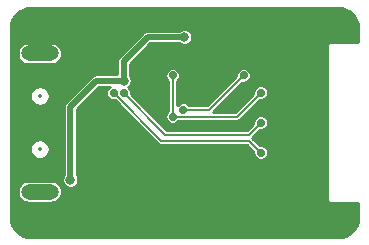
<source format=gbr>
%TF.GenerationSoftware,KiCad,Pcbnew,(5.1.12-1-10_14)*%
%TF.CreationDate,2022-05-25T15:41:46+08:00*%
%TF.ProjectId,USB2TTL,55534232-5454-44c2-9e6b-696361645f70,V1.0*%
%TF.SameCoordinates,Original*%
%TF.FileFunction,Copper,L2,Bot*%
%TF.FilePolarity,Positive*%
%FSLAX46Y46*%
G04 Gerber Fmt 4.6, Leading zero omitted, Abs format (unit mm)*
G04 Created by KiCad (PCBNEW (5.1.12-1-10_14)) date 2022-05-25 15:41:46*
%MOMM*%
%LPD*%
G01*
G04 APERTURE LIST*
%TA.AperFunction,ComponentPad*%
%ADD10O,3.200000X1.300000*%
%TD*%
%TA.AperFunction,ViaPad*%
%ADD11C,0.700000*%
%TD*%
%TA.AperFunction,ViaPad*%
%ADD12C,0.500000*%
%TD*%
%TA.AperFunction,ViaPad*%
%ADD13C,0.800000*%
%TD*%
%TA.AperFunction,Conductor*%
%ADD14C,0.500000*%
%TD*%
%TA.AperFunction,Conductor*%
%ADD15C,0.200000*%
%TD*%
%TA.AperFunction,Conductor*%
%ADD16C,0.254000*%
%TD*%
%TA.AperFunction,Conductor*%
%ADD17C,0.350000*%
%TD*%
%ADD18C,0.350000*%
%ADD19C,0.300000*%
%ADD20O,2.500000X0.700000*%
G04 APERTURE END LIST*
D10*
%TO.P,J1,5*%
%TO.N,Net-(J1-Pad5)*%
X2750000Y4150000D03*
X2750000Y15850000D03*
%TD*%
D11*
%TO.N,GND*%
X11750000Y13050000D03*
D12*
X15500000Y11750000D03*
X15500000Y9750000D03*
X15500000Y7500000D03*
X15500000Y15000000D03*
X15500000Y16500000D03*
X13950000Y9600000D03*
X13750000Y7750000D03*
X14000000Y6000000D03*
X9000000Y8500000D03*
X9000000Y7250000D03*
X10000000Y5000000D03*
X12500000Y4000000D03*
X7150000Y12000000D03*
X7850000Y12000000D03*
X7150000Y8000000D03*
X7850000Y8000000D03*
X15500000Y13500000D03*
X17500000Y13800000D03*
X17250000Y16050000D03*
X19200000Y15900000D03*
X18550000Y4000000D03*
X19150000Y4000000D03*
X21150000Y3300000D03*
X15250000Y4700000D03*
X15250000Y3950000D03*
X15250000Y1700000D03*
X15250000Y950000D03*
X12500000Y14350000D03*
X11000000Y14350000D03*
X13200000Y11650000D03*
X2000000Y19000000D03*
X4000000Y19000000D03*
X6000000Y19000000D03*
X10000000Y19000000D03*
X12000000Y19000000D03*
X16000000Y19000000D03*
X18000000Y19000000D03*
X20000000Y19000000D03*
X22000000Y19000000D03*
X24000000Y19000000D03*
X26000000Y19000000D03*
X28000000Y19000000D03*
X1000000Y14000000D03*
X1000000Y12000000D03*
X1000000Y10000000D03*
X1000000Y8000000D03*
X1000000Y6000000D03*
X2000000Y1000000D03*
X4000000Y1000000D03*
X6000000Y1000000D03*
X10000000Y1000000D03*
X12000000Y1000000D03*
X22000000Y1000000D03*
X24000000Y1000000D03*
X26000000Y1000000D03*
X28000000Y1000000D03*
X21590000Y13810000D03*
X21590000Y6190000D03*
X18750000Y11250000D03*
X21590000Y11270000D03*
X21590000Y8730000D03*
X25400000Y3650000D03*
X24257000Y3650000D03*
X26543000Y3650000D03*
X26543000Y6190000D03*
X25400000Y6190000D03*
X24257000Y6190000D03*
X23750000Y16750000D03*
X29000000Y17500000D03*
X29000000Y2500000D03*
X1000000Y17500000D03*
X1000000Y2500000D03*
X6000000Y14700000D03*
X5000000Y14700000D03*
X5000000Y15400000D03*
X6000000Y15400000D03*
X5000000Y3000000D03*
D13*
%TO.N,+5V*%
X5350000Y5150000D03*
X15000000Y17250000D03*
X9850000Y13550000D03*
D11*
%TO.N,/RXD*%
X9000000Y12500000D03*
X21463000Y7460000D03*
%TO.N,/TXD*%
X9850000Y12500000D03*
X21463000Y10000000D03*
%TO.N,/BOOT*%
X14000000Y10500000D03*
X14000000Y14000000D03*
X21463000Y12540000D03*
%TO.N,/RESET*%
X20000000Y14000000D03*
X14900000Y11100000D03*
%TD*%
D14*
%TO.N,+5V*%
X5350000Y5150000D02*
X5350000Y11350000D01*
X7550000Y13550000D02*
X9850000Y13550000D01*
X5350000Y11350000D02*
X7550000Y13550000D01*
X9850000Y15200000D02*
X9850000Y13550000D01*
X11900000Y17250000D02*
X9850000Y15200000D01*
X15000000Y17250000D02*
X11900000Y17250000D01*
D15*
%TO.N,/RXD*%
X9000000Y12500000D02*
X13024000Y8476000D01*
X13024000Y8476000D02*
X20447000Y8476000D01*
X20447000Y8476000D02*
X21463000Y7460000D01*
%TO.N,/TXD*%
X9850000Y12500000D02*
X13366000Y8984000D01*
X20447000Y8984000D02*
X21463000Y10000000D01*
X13366000Y8984000D02*
X20447000Y8984000D01*
%TO.N,/BOOT*%
X14000000Y10500000D02*
X14000000Y14000000D01*
X19423000Y10500000D02*
X21463000Y12540000D01*
X14000000Y10500000D02*
X19423000Y10500000D01*
%TO.N,/RESET*%
X20000000Y14000000D02*
X17100000Y11100000D01*
X14900000Y11100000D02*
X17100000Y11100000D01*
%TD*%
D16*
%TO.N,GND*%
X28329529Y19664241D02*
X28646504Y19568541D01*
X28938858Y19413093D01*
X29195448Y19203823D01*
X29406505Y18948699D01*
X29563988Y18657441D01*
X29661899Y18341141D01*
X29698001Y17997656D01*
X29698000Y16802000D01*
X27364833Y16802000D01*
X27350000Y16803461D01*
X27335167Y16802000D01*
X27290798Y16797630D01*
X27233871Y16780361D01*
X27181406Y16752319D01*
X27135421Y16714579D01*
X27097681Y16668594D01*
X27069639Y16616129D01*
X27052370Y16559202D01*
X27046539Y16500000D01*
X27048001Y16485156D01*
X27048000Y3514834D01*
X27046539Y3500000D01*
X27052370Y3440798D01*
X27069639Y3383871D01*
X27097681Y3331406D01*
X27132139Y3289420D01*
X27135421Y3285421D01*
X27181406Y3247681D01*
X27233871Y3219639D01*
X27290798Y3202370D01*
X27350000Y3196539D01*
X27364833Y3198000D01*
X29698001Y3198000D01*
X29698000Y2014774D01*
X29664241Y1670471D01*
X29568539Y1353491D01*
X29413093Y1061142D01*
X29203825Y804554D01*
X28948699Y593494D01*
X28657441Y436012D01*
X28341141Y338101D01*
X27997665Y302000D01*
X2014774Y302000D01*
X1670471Y335759D01*
X1353491Y431461D01*
X1061142Y586907D01*
X804554Y796175D01*
X593494Y1051301D01*
X436012Y1342559D01*
X338101Y1658859D01*
X302000Y2002335D01*
X302000Y4150000D01*
X868515Y4150000D01*
X886413Y3968276D01*
X939420Y3793536D01*
X1025499Y3632495D01*
X1141341Y3491341D01*
X1282495Y3375499D01*
X1443536Y3289420D01*
X1618276Y3236413D01*
X1754462Y3223000D01*
X3745538Y3223000D01*
X3881724Y3236413D01*
X4056464Y3289420D01*
X4217505Y3375499D01*
X4358659Y3491341D01*
X4474501Y3632495D01*
X4560580Y3793536D01*
X4613587Y3968276D01*
X4631485Y4150000D01*
X4613587Y4331724D01*
X4560580Y4506464D01*
X4474501Y4667505D01*
X4358659Y4808659D01*
X4217505Y4924501D01*
X4056464Y5010580D01*
X3881724Y5063587D01*
X3745538Y5077000D01*
X1754462Y5077000D01*
X1618276Y5063587D01*
X1443536Y5010580D01*
X1282495Y4924501D01*
X1141341Y4808659D01*
X1025499Y4667505D01*
X939420Y4506464D01*
X886413Y4331724D01*
X868515Y4150000D01*
X302000Y4150000D01*
X302000Y5216679D01*
X4673000Y5216679D01*
X4673000Y5083321D01*
X4699016Y4952526D01*
X4750050Y4829320D01*
X4824140Y4718437D01*
X4918437Y4624140D01*
X5029320Y4550050D01*
X5152526Y4499016D01*
X5283321Y4473000D01*
X5416679Y4473000D01*
X5547474Y4499016D01*
X5670680Y4550050D01*
X5781563Y4624140D01*
X5875860Y4718437D01*
X5949950Y4829320D01*
X6000984Y4952526D01*
X6027000Y5083321D01*
X6027000Y5216679D01*
X6000984Y5347474D01*
X5949950Y5470680D01*
X5877000Y5579857D01*
X5877000Y11131711D01*
X7768291Y13023000D01*
X8654155Y13023000D01*
X8600311Y12987023D01*
X8512977Y12899689D01*
X8444360Y12796996D01*
X8397095Y12682889D01*
X8373000Y12561754D01*
X8373000Y12438246D01*
X8397095Y12317111D01*
X8444360Y12203004D01*
X8512977Y12100311D01*
X8600311Y12012977D01*
X8703004Y11944360D01*
X8817111Y11897095D01*
X8938246Y11873000D01*
X9061754Y11873000D01*
X9088518Y11878324D01*
X12744323Y8222519D01*
X12756131Y8208131D01*
X12813537Y8161019D01*
X12879030Y8126012D01*
X12950095Y8104455D01*
X13005481Y8099000D01*
X13005490Y8099000D01*
X13023999Y8097177D01*
X13042508Y8099000D01*
X20290842Y8099000D01*
X20841324Y7548518D01*
X20836000Y7521754D01*
X20836000Y7398246D01*
X20860095Y7277111D01*
X20907360Y7163004D01*
X20975977Y7060311D01*
X21063311Y6972977D01*
X21166004Y6904360D01*
X21280111Y6857095D01*
X21401246Y6833000D01*
X21524754Y6833000D01*
X21645889Y6857095D01*
X21759996Y6904360D01*
X21862689Y6972977D01*
X21950023Y7060311D01*
X22018640Y7163004D01*
X22065905Y7277111D01*
X22090000Y7398246D01*
X22090000Y7521754D01*
X22065905Y7642889D01*
X22018640Y7756996D01*
X21950023Y7859689D01*
X21862689Y7947023D01*
X21759996Y8015640D01*
X21645889Y8062905D01*
X21524754Y8087000D01*
X21401246Y8087000D01*
X21374482Y8081676D01*
X20726677Y8729481D01*
X20726251Y8730000D01*
X20726677Y8730519D01*
X21374482Y9378324D01*
X21401246Y9373000D01*
X21524754Y9373000D01*
X21645889Y9397095D01*
X21759996Y9444360D01*
X21862689Y9512977D01*
X21950023Y9600311D01*
X22018640Y9703004D01*
X22065905Y9817111D01*
X22090000Y9938246D01*
X22090000Y10061754D01*
X22065905Y10182889D01*
X22018640Y10296996D01*
X21950023Y10399689D01*
X21862689Y10487023D01*
X21759996Y10555640D01*
X21645889Y10602905D01*
X21524754Y10627000D01*
X21401246Y10627000D01*
X21280111Y10602905D01*
X21166004Y10555640D01*
X21063311Y10487023D01*
X20975977Y10399689D01*
X20907360Y10296996D01*
X20860095Y10182889D01*
X20836000Y10061754D01*
X20836000Y9938246D01*
X20841324Y9911482D01*
X20290842Y9361000D01*
X13522159Y9361000D01*
X10471676Y12411482D01*
X10477000Y12438246D01*
X10477000Y12561754D01*
X10452905Y12682889D01*
X10405640Y12796996D01*
X10337023Y12899689D01*
X10249689Y12987023D01*
X10237851Y12994933D01*
X10281563Y13024140D01*
X10375860Y13118437D01*
X10449950Y13229320D01*
X10500984Y13352526D01*
X10527000Y13483321D01*
X10527000Y13616679D01*
X10500984Y13747474D01*
X10449950Y13870680D01*
X10377000Y13979857D01*
X10377000Y14061754D01*
X13373000Y14061754D01*
X13373000Y13938246D01*
X13397095Y13817111D01*
X13444360Y13703004D01*
X13512977Y13600311D01*
X13600311Y13512977D01*
X13623001Y13497816D01*
X13623000Y11002183D01*
X13600311Y10987023D01*
X13512977Y10899689D01*
X13444360Y10796996D01*
X13397095Y10682889D01*
X13373000Y10561754D01*
X13373000Y10438246D01*
X13397095Y10317111D01*
X13444360Y10203004D01*
X13512977Y10100311D01*
X13600311Y10012977D01*
X13703004Y9944360D01*
X13817111Y9897095D01*
X13938246Y9873000D01*
X14061754Y9873000D01*
X14182889Y9897095D01*
X14296996Y9944360D01*
X14399689Y10012977D01*
X14487023Y10100311D01*
X14502183Y10123000D01*
X19404488Y10123000D01*
X19423000Y10121177D01*
X19441512Y10123000D01*
X19441519Y10123000D01*
X19496905Y10128455D01*
X19567970Y10150012D01*
X19633463Y10185019D01*
X19690869Y10232131D01*
X19702677Y10246519D01*
X21374482Y11918324D01*
X21401246Y11913000D01*
X21524754Y11913000D01*
X21645889Y11937095D01*
X21759996Y11984360D01*
X21862689Y12052977D01*
X21950023Y12140311D01*
X22018640Y12243004D01*
X22065905Y12357111D01*
X22090000Y12478246D01*
X22090000Y12601754D01*
X22065905Y12722889D01*
X22018640Y12836996D01*
X21950023Y12939689D01*
X21862689Y13027023D01*
X21759996Y13095640D01*
X21645889Y13142905D01*
X21524754Y13167000D01*
X21401246Y13167000D01*
X21280111Y13142905D01*
X21166004Y13095640D01*
X21063311Y13027023D01*
X20975977Y12939689D01*
X20907360Y12836996D01*
X20860095Y12722889D01*
X20836000Y12601754D01*
X20836000Y12478246D01*
X20841324Y12451482D01*
X19266842Y10877000D01*
X17410158Y10877000D01*
X19911482Y13378324D01*
X19938246Y13373000D01*
X20061754Y13373000D01*
X20182889Y13397095D01*
X20296996Y13444360D01*
X20399689Y13512977D01*
X20487023Y13600311D01*
X20555640Y13703004D01*
X20602905Y13817111D01*
X20627000Y13938246D01*
X20627000Y14061754D01*
X20602905Y14182889D01*
X20555640Y14296996D01*
X20487023Y14399689D01*
X20399689Y14487023D01*
X20296996Y14555640D01*
X20182889Y14602905D01*
X20061754Y14627000D01*
X19938246Y14627000D01*
X19817111Y14602905D01*
X19703004Y14555640D01*
X19600311Y14487023D01*
X19512977Y14399689D01*
X19444360Y14296996D01*
X19397095Y14182889D01*
X19373000Y14061754D01*
X19373000Y13938246D01*
X19378324Y13911482D01*
X16943842Y11477000D01*
X15402183Y11477000D01*
X15387023Y11499689D01*
X15299689Y11587023D01*
X15196996Y11655640D01*
X15082889Y11702905D01*
X14961754Y11727000D01*
X14838246Y11727000D01*
X14717111Y11702905D01*
X14603004Y11655640D01*
X14500311Y11587023D01*
X14412977Y11499689D01*
X14377000Y11445845D01*
X14377000Y13497817D01*
X14399689Y13512977D01*
X14487023Y13600311D01*
X14555640Y13703004D01*
X14602905Y13817111D01*
X14627000Y13938246D01*
X14627000Y14061754D01*
X14602905Y14182889D01*
X14555640Y14296996D01*
X14487023Y14399689D01*
X14399689Y14487023D01*
X14296996Y14555640D01*
X14182889Y14602905D01*
X14061754Y14627000D01*
X13938246Y14627000D01*
X13817111Y14602905D01*
X13703004Y14555640D01*
X13600311Y14487023D01*
X13512977Y14399689D01*
X13444360Y14296996D01*
X13397095Y14182889D01*
X13373000Y14061754D01*
X10377000Y14061754D01*
X10377000Y14981711D01*
X12118291Y16723000D01*
X14570143Y16723000D01*
X14679320Y16650050D01*
X14802526Y16599016D01*
X14933321Y16573000D01*
X15066679Y16573000D01*
X15197474Y16599016D01*
X15320680Y16650050D01*
X15431563Y16724140D01*
X15525860Y16818437D01*
X15599950Y16929320D01*
X15650984Y17052526D01*
X15677000Y17183321D01*
X15677000Y17316679D01*
X15650984Y17447474D01*
X15599950Y17570680D01*
X15525860Y17681563D01*
X15431563Y17775860D01*
X15320680Y17849950D01*
X15197474Y17900984D01*
X15066679Y17927000D01*
X14933321Y17927000D01*
X14802526Y17900984D01*
X14679320Y17849950D01*
X14570143Y17777000D01*
X11925881Y17777000D01*
X11900000Y17779549D01*
X11874119Y17777000D01*
X11796690Y17769374D01*
X11697350Y17739239D01*
X11605798Y17690304D01*
X11525552Y17624448D01*
X11509054Y17604344D01*
X9495666Y15590955D01*
X9475552Y15574448D01*
X9409696Y15494202D01*
X9360762Y15402650D01*
X9360761Y15402649D01*
X9330626Y15303309D01*
X9320451Y15200000D01*
X9323000Y15174119D01*
X9323001Y14077000D01*
X7575881Y14077000D01*
X7550000Y14079549D01*
X7524119Y14077000D01*
X7446690Y14069374D01*
X7347350Y14039239D01*
X7255798Y13990304D01*
X7175552Y13924448D01*
X7159054Y13904344D01*
X4995662Y11740951D01*
X4975553Y11724448D01*
X4919084Y11655640D01*
X4909696Y11644201D01*
X4860761Y11552649D01*
X4830626Y11453309D01*
X4820451Y11350000D01*
X4823001Y11324109D01*
X4823000Y5579857D01*
X4750050Y5470680D01*
X4699016Y5347474D01*
X4673000Y5216679D01*
X302000Y5216679D01*
X302000Y7831452D01*
X1923000Y7831452D01*
X1923000Y7668548D01*
X1954782Y7508773D01*
X2017123Y7358269D01*
X2107628Y7222819D01*
X2222819Y7107628D01*
X2358269Y7017123D01*
X2508773Y6954782D01*
X2668548Y6923000D01*
X2831452Y6923000D01*
X2991227Y6954782D01*
X3141731Y7017123D01*
X3277181Y7107628D01*
X3392372Y7222819D01*
X3482877Y7358269D01*
X3545218Y7508773D01*
X3577000Y7668548D01*
X3577000Y7831452D01*
X3545218Y7991227D01*
X3482877Y8141731D01*
X3392372Y8277181D01*
X3277181Y8392372D01*
X3141731Y8482877D01*
X2991227Y8545218D01*
X2831452Y8577000D01*
X2668548Y8577000D01*
X2508773Y8545218D01*
X2358269Y8482877D01*
X2222819Y8392372D01*
X2107628Y8277181D01*
X2017123Y8141731D01*
X1954782Y7991227D01*
X1923000Y7831452D01*
X302000Y7831452D01*
X302000Y12331452D01*
X1923000Y12331452D01*
X1923000Y12168548D01*
X1954782Y12008773D01*
X2017123Y11858269D01*
X2107628Y11722819D01*
X2222819Y11607628D01*
X2358269Y11517123D01*
X2508773Y11454782D01*
X2668548Y11423000D01*
X2831452Y11423000D01*
X2991227Y11454782D01*
X3141731Y11517123D01*
X3277181Y11607628D01*
X3392372Y11722819D01*
X3482877Y11858269D01*
X3545218Y12008773D01*
X3577000Y12168548D01*
X3577000Y12331452D01*
X3545218Y12491227D01*
X3482877Y12641731D01*
X3392372Y12777181D01*
X3277181Y12892372D01*
X3141731Y12982877D01*
X2991227Y13045218D01*
X2831452Y13077000D01*
X2668548Y13077000D01*
X2508773Y13045218D01*
X2358269Y12982877D01*
X2222819Y12892372D01*
X2107628Y12777181D01*
X2017123Y12641731D01*
X1954782Y12491227D01*
X1923000Y12331452D01*
X302000Y12331452D01*
X302000Y15850000D01*
X868515Y15850000D01*
X886413Y15668276D01*
X939420Y15493536D01*
X1025499Y15332495D01*
X1141341Y15191341D01*
X1282495Y15075499D01*
X1443536Y14989420D01*
X1618276Y14936413D01*
X1754462Y14923000D01*
X3745538Y14923000D01*
X3881724Y14936413D01*
X4056464Y14989420D01*
X4217505Y15075499D01*
X4358659Y15191341D01*
X4474501Y15332495D01*
X4560580Y15493536D01*
X4613587Y15668276D01*
X4631485Y15850000D01*
X4613587Y16031724D01*
X4560580Y16206464D01*
X4474501Y16367505D01*
X4358659Y16508659D01*
X4217505Y16624501D01*
X4056464Y16710580D01*
X3881724Y16763587D01*
X3745538Y16777000D01*
X1754462Y16777000D01*
X1618276Y16763587D01*
X1443536Y16710580D01*
X1282495Y16624501D01*
X1141341Y16508659D01*
X1025499Y16367505D01*
X939420Y16206464D01*
X886413Y16031724D01*
X868515Y15850000D01*
X302000Y15850000D01*
X302000Y17985226D01*
X335759Y18329529D01*
X431459Y18646504D01*
X586907Y18938858D01*
X796177Y19195448D01*
X1051301Y19406505D01*
X1342559Y19563988D01*
X1658859Y19661899D01*
X2002335Y19698000D01*
X27985226Y19698000D01*
X28329529Y19664241D01*
%TA.AperFunction,Conductor*%
D17*
G36*
X28329529Y19664241D02*
G01*
X28646504Y19568541D01*
X28938858Y19413093D01*
X29195448Y19203823D01*
X29406505Y18948699D01*
X29563988Y18657441D01*
X29661899Y18341141D01*
X29698001Y17997656D01*
X29698000Y16802000D01*
X27364833Y16802000D01*
X27350000Y16803461D01*
X27335167Y16802000D01*
X27290798Y16797630D01*
X27233871Y16780361D01*
X27181406Y16752319D01*
X27135421Y16714579D01*
X27097681Y16668594D01*
X27069639Y16616129D01*
X27052370Y16559202D01*
X27046539Y16500000D01*
X27048001Y16485156D01*
X27048000Y3514834D01*
X27046539Y3500000D01*
X27052370Y3440798D01*
X27069639Y3383871D01*
X27097681Y3331406D01*
X27132139Y3289420D01*
X27135421Y3285421D01*
X27181406Y3247681D01*
X27233871Y3219639D01*
X27290798Y3202370D01*
X27350000Y3196539D01*
X27364833Y3198000D01*
X29698001Y3198000D01*
X29698000Y2014774D01*
X29664241Y1670471D01*
X29568539Y1353491D01*
X29413093Y1061142D01*
X29203825Y804554D01*
X28948699Y593494D01*
X28657441Y436012D01*
X28341141Y338101D01*
X27997665Y302000D01*
X2014774Y302000D01*
X1670471Y335759D01*
X1353491Y431461D01*
X1061142Y586907D01*
X804554Y796175D01*
X593494Y1051301D01*
X436012Y1342559D01*
X338101Y1658859D01*
X302000Y2002335D01*
X302000Y4150000D01*
X868515Y4150000D01*
X886413Y3968276D01*
X939420Y3793536D01*
X1025499Y3632495D01*
X1141341Y3491341D01*
X1282495Y3375499D01*
X1443536Y3289420D01*
X1618276Y3236413D01*
X1754462Y3223000D01*
X3745538Y3223000D01*
X3881724Y3236413D01*
X4056464Y3289420D01*
X4217505Y3375499D01*
X4358659Y3491341D01*
X4474501Y3632495D01*
X4560580Y3793536D01*
X4613587Y3968276D01*
X4631485Y4150000D01*
X4613587Y4331724D01*
X4560580Y4506464D01*
X4474501Y4667505D01*
X4358659Y4808659D01*
X4217505Y4924501D01*
X4056464Y5010580D01*
X3881724Y5063587D01*
X3745538Y5077000D01*
X1754462Y5077000D01*
X1618276Y5063587D01*
X1443536Y5010580D01*
X1282495Y4924501D01*
X1141341Y4808659D01*
X1025499Y4667505D01*
X939420Y4506464D01*
X886413Y4331724D01*
X868515Y4150000D01*
X302000Y4150000D01*
X302000Y5216679D01*
X4673000Y5216679D01*
X4673000Y5083321D01*
X4699016Y4952526D01*
X4750050Y4829320D01*
X4824140Y4718437D01*
X4918437Y4624140D01*
X5029320Y4550050D01*
X5152526Y4499016D01*
X5283321Y4473000D01*
X5416679Y4473000D01*
X5547474Y4499016D01*
X5670680Y4550050D01*
X5781563Y4624140D01*
X5875860Y4718437D01*
X5949950Y4829320D01*
X6000984Y4952526D01*
X6027000Y5083321D01*
X6027000Y5216679D01*
X6000984Y5347474D01*
X5949950Y5470680D01*
X5877000Y5579857D01*
X5877000Y11131711D01*
X7768291Y13023000D01*
X8654155Y13023000D01*
X8600311Y12987023D01*
X8512977Y12899689D01*
X8444360Y12796996D01*
X8397095Y12682889D01*
X8373000Y12561754D01*
X8373000Y12438246D01*
X8397095Y12317111D01*
X8444360Y12203004D01*
X8512977Y12100311D01*
X8600311Y12012977D01*
X8703004Y11944360D01*
X8817111Y11897095D01*
X8938246Y11873000D01*
X9061754Y11873000D01*
X9088518Y11878324D01*
X12744323Y8222519D01*
X12756131Y8208131D01*
X12813537Y8161019D01*
X12879030Y8126012D01*
X12950095Y8104455D01*
X13005481Y8099000D01*
X13005490Y8099000D01*
X13023999Y8097177D01*
X13042508Y8099000D01*
X20290842Y8099000D01*
X20841324Y7548518D01*
X20836000Y7521754D01*
X20836000Y7398246D01*
X20860095Y7277111D01*
X20907360Y7163004D01*
X20975977Y7060311D01*
X21063311Y6972977D01*
X21166004Y6904360D01*
X21280111Y6857095D01*
X21401246Y6833000D01*
X21524754Y6833000D01*
X21645889Y6857095D01*
X21759996Y6904360D01*
X21862689Y6972977D01*
X21950023Y7060311D01*
X22018640Y7163004D01*
X22065905Y7277111D01*
X22090000Y7398246D01*
X22090000Y7521754D01*
X22065905Y7642889D01*
X22018640Y7756996D01*
X21950023Y7859689D01*
X21862689Y7947023D01*
X21759996Y8015640D01*
X21645889Y8062905D01*
X21524754Y8087000D01*
X21401246Y8087000D01*
X21374482Y8081676D01*
X20726677Y8729481D01*
X20726251Y8730000D01*
X20726677Y8730519D01*
X21374482Y9378324D01*
X21401246Y9373000D01*
X21524754Y9373000D01*
X21645889Y9397095D01*
X21759996Y9444360D01*
X21862689Y9512977D01*
X21950023Y9600311D01*
X22018640Y9703004D01*
X22065905Y9817111D01*
X22090000Y9938246D01*
X22090000Y10061754D01*
X22065905Y10182889D01*
X22018640Y10296996D01*
X21950023Y10399689D01*
X21862689Y10487023D01*
X21759996Y10555640D01*
X21645889Y10602905D01*
X21524754Y10627000D01*
X21401246Y10627000D01*
X21280111Y10602905D01*
X21166004Y10555640D01*
X21063311Y10487023D01*
X20975977Y10399689D01*
X20907360Y10296996D01*
X20860095Y10182889D01*
X20836000Y10061754D01*
X20836000Y9938246D01*
X20841324Y9911482D01*
X20290842Y9361000D01*
X13522159Y9361000D01*
X10471676Y12411482D01*
X10477000Y12438246D01*
X10477000Y12561754D01*
X10452905Y12682889D01*
X10405640Y12796996D01*
X10337023Y12899689D01*
X10249689Y12987023D01*
X10237851Y12994933D01*
X10281563Y13024140D01*
X10375860Y13118437D01*
X10449950Y13229320D01*
X10500984Y13352526D01*
X10527000Y13483321D01*
X10527000Y13616679D01*
X10500984Y13747474D01*
X10449950Y13870680D01*
X10377000Y13979857D01*
X10377000Y14061754D01*
X13373000Y14061754D01*
X13373000Y13938246D01*
X13397095Y13817111D01*
X13444360Y13703004D01*
X13512977Y13600311D01*
X13600311Y13512977D01*
X13623001Y13497816D01*
X13623000Y11002183D01*
X13600311Y10987023D01*
X13512977Y10899689D01*
X13444360Y10796996D01*
X13397095Y10682889D01*
X13373000Y10561754D01*
X13373000Y10438246D01*
X13397095Y10317111D01*
X13444360Y10203004D01*
X13512977Y10100311D01*
X13600311Y10012977D01*
X13703004Y9944360D01*
X13817111Y9897095D01*
X13938246Y9873000D01*
X14061754Y9873000D01*
X14182889Y9897095D01*
X14296996Y9944360D01*
X14399689Y10012977D01*
X14487023Y10100311D01*
X14502183Y10123000D01*
X19404488Y10123000D01*
X19423000Y10121177D01*
X19441512Y10123000D01*
X19441519Y10123000D01*
X19496905Y10128455D01*
X19567970Y10150012D01*
X19633463Y10185019D01*
X19690869Y10232131D01*
X19702677Y10246519D01*
X21374482Y11918324D01*
X21401246Y11913000D01*
X21524754Y11913000D01*
X21645889Y11937095D01*
X21759996Y11984360D01*
X21862689Y12052977D01*
X21950023Y12140311D01*
X22018640Y12243004D01*
X22065905Y12357111D01*
X22090000Y12478246D01*
X22090000Y12601754D01*
X22065905Y12722889D01*
X22018640Y12836996D01*
X21950023Y12939689D01*
X21862689Y13027023D01*
X21759996Y13095640D01*
X21645889Y13142905D01*
X21524754Y13167000D01*
X21401246Y13167000D01*
X21280111Y13142905D01*
X21166004Y13095640D01*
X21063311Y13027023D01*
X20975977Y12939689D01*
X20907360Y12836996D01*
X20860095Y12722889D01*
X20836000Y12601754D01*
X20836000Y12478246D01*
X20841324Y12451482D01*
X19266842Y10877000D01*
X17410158Y10877000D01*
X19911482Y13378324D01*
X19938246Y13373000D01*
X20061754Y13373000D01*
X20182889Y13397095D01*
X20296996Y13444360D01*
X20399689Y13512977D01*
X20487023Y13600311D01*
X20555640Y13703004D01*
X20602905Y13817111D01*
X20627000Y13938246D01*
X20627000Y14061754D01*
X20602905Y14182889D01*
X20555640Y14296996D01*
X20487023Y14399689D01*
X20399689Y14487023D01*
X20296996Y14555640D01*
X20182889Y14602905D01*
X20061754Y14627000D01*
X19938246Y14627000D01*
X19817111Y14602905D01*
X19703004Y14555640D01*
X19600311Y14487023D01*
X19512977Y14399689D01*
X19444360Y14296996D01*
X19397095Y14182889D01*
X19373000Y14061754D01*
X19373000Y13938246D01*
X19378324Y13911482D01*
X16943842Y11477000D01*
X15402183Y11477000D01*
X15387023Y11499689D01*
X15299689Y11587023D01*
X15196996Y11655640D01*
X15082889Y11702905D01*
X14961754Y11727000D01*
X14838246Y11727000D01*
X14717111Y11702905D01*
X14603004Y11655640D01*
X14500311Y11587023D01*
X14412977Y11499689D01*
X14377000Y11445845D01*
X14377000Y13497817D01*
X14399689Y13512977D01*
X14487023Y13600311D01*
X14555640Y13703004D01*
X14602905Y13817111D01*
X14627000Y13938246D01*
X14627000Y14061754D01*
X14602905Y14182889D01*
X14555640Y14296996D01*
X14487023Y14399689D01*
X14399689Y14487023D01*
X14296996Y14555640D01*
X14182889Y14602905D01*
X14061754Y14627000D01*
X13938246Y14627000D01*
X13817111Y14602905D01*
X13703004Y14555640D01*
X13600311Y14487023D01*
X13512977Y14399689D01*
X13444360Y14296996D01*
X13397095Y14182889D01*
X13373000Y14061754D01*
X10377000Y14061754D01*
X10377000Y14981711D01*
X12118291Y16723000D01*
X14570143Y16723000D01*
X14679320Y16650050D01*
X14802526Y16599016D01*
X14933321Y16573000D01*
X15066679Y16573000D01*
X15197474Y16599016D01*
X15320680Y16650050D01*
X15431563Y16724140D01*
X15525860Y16818437D01*
X15599950Y16929320D01*
X15650984Y17052526D01*
X15677000Y17183321D01*
X15677000Y17316679D01*
X15650984Y17447474D01*
X15599950Y17570680D01*
X15525860Y17681563D01*
X15431563Y17775860D01*
X15320680Y17849950D01*
X15197474Y17900984D01*
X15066679Y17927000D01*
X14933321Y17927000D01*
X14802526Y17900984D01*
X14679320Y17849950D01*
X14570143Y17777000D01*
X11925881Y17777000D01*
X11900000Y17779549D01*
X11874119Y17777000D01*
X11796690Y17769374D01*
X11697350Y17739239D01*
X11605798Y17690304D01*
X11525552Y17624448D01*
X11509054Y17604344D01*
X9495666Y15590955D01*
X9475552Y15574448D01*
X9409696Y15494202D01*
X9360762Y15402650D01*
X9360761Y15402649D01*
X9330626Y15303309D01*
X9320451Y15200000D01*
X9323000Y15174119D01*
X9323001Y14077000D01*
X7575881Y14077000D01*
X7550000Y14079549D01*
X7524119Y14077000D01*
X7446690Y14069374D01*
X7347350Y14039239D01*
X7255798Y13990304D01*
X7175552Y13924448D01*
X7159054Y13904344D01*
X4995662Y11740951D01*
X4975553Y11724448D01*
X4919084Y11655640D01*
X4909696Y11644201D01*
X4860761Y11552649D01*
X4830626Y11453309D01*
X4820451Y11350000D01*
X4823001Y11324109D01*
X4823000Y5579857D01*
X4750050Y5470680D01*
X4699016Y5347474D01*
X4673000Y5216679D01*
X302000Y5216679D01*
X302000Y7831452D01*
X1923000Y7831452D01*
X1923000Y7668548D01*
X1954782Y7508773D01*
X2017123Y7358269D01*
X2107628Y7222819D01*
X2222819Y7107628D01*
X2358269Y7017123D01*
X2508773Y6954782D01*
X2668548Y6923000D01*
X2831452Y6923000D01*
X2991227Y6954782D01*
X3141731Y7017123D01*
X3277181Y7107628D01*
X3392372Y7222819D01*
X3482877Y7358269D01*
X3545218Y7508773D01*
X3577000Y7668548D01*
X3577000Y7831452D01*
X3545218Y7991227D01*
X3482877Y8141731D01*
X3392372Y8277181D01*
X3277181Y8392372D01*
X3141731Y8482877D01*
X2991227Y8545218D01*
X2831452Y8577000D01*
X2668548Y8577000D01*
X2508773Y8545218D01*
X2358269Y8482877D01*
X2222819Y8392372D01*
X2107628Y8277181D01*
X2017123Y8141731D01*
X1954782Y7991227D01*
X1923000Y7831452D01*
X302000Y7831452D01*
X302000Y12331452D01*
X1923000Y12331452D01*
X1923000Y12168548D01*
X1954782Y12008773D01*
X2017123Y11858269D01*
X2107628Y11722819D01*
X2222819Y11607628D01*
X2358269Y11517123D01*
X2508773Y11454782D01*
X2668548Y11423000D01*
X2831452Y11423000D01*
X2991227Y11454782D01*
X3141731Y11517123D01*
X3277181Y11607628D01*
X3392372Y11722819D01*
X3482877Y11858269D01*
X3545218Y12008773D01*
X3577000Y12168548D01*
X3577000Y12331452D01*
X3545218Y12491227D01*
X3482877Y12641731D01*
X3392372Y12777181D01*
X3277181Y12892372D01*
X3141731Y12982877D01*
X2991227Y13045218D01*
X2831452Y13077000D01*
X2668548Y13077000D01*
X2508773Y13045218D01*
X2358269Y12982877D01*
X2222819Y12892372D01*
X2107628Y12777181D01*
X2017123Y12641731D01*
X1954782Y12491227D01*
X1923000Y12331452D01*
X302000Y12331452D01*
X302000Y15850000D01*
X868515Y15850000D01*
X886413Y15668276D01*
X939420Y15493536D01*
X1025499Y15332495D01*
X1141341Y15191341D01*
X1282495Y15075499D01*
X1443536Y14989420D01*
X1618276Y14936413D01*
X1754462Y14923000D01*
X3745538Y14923000D01*
X3881724Y14936413D01*
X4056464Y14989420D01*
X4217505Y15075499D01*
X4358659Y15191341D01*
X4474501Y15332495D01*
X4560580Y15493536D01*
X4613587Y15668276D01*
X4631485Y15850000D01*
X4613587Y16031724D01*
X4560580Y16206464D01*
X4474501Y16367505D01*
X4358659Y16508659D01*
X4217505Y16624501D01*
X4056464Y16710580D01*
X3881724Y16763587D01*
X3745538Y16777000D01*
X1754462Y16777000D01*
X1618276Y16763587D01*
X1443536Y16710580D01*
X1282495Y16624501D01*
X1141341Y16508659D01*
X1025499Y16367505D01*
X939420Y16206464D01*
X886413Y16031724D01*
X868515Y15850000D01*
X302000Y15850000D01*
X302000Y17985226D01*
X335759Y18329529D01*
X431459Y18646504D01*
X586907Y18938858D01*
X796177Y19195448D01*
X1051301Y19406505D01*
X1342559Y19563988D01*
X1658859Y19661899D01*
X2002335Y19698000D01*
X27985226Y19698000D01*
X28329529Y19664241D01*
G37*
%TD.AperFunction*%
%TD*%
D18*
X11750000Y13050000D03*
D19*
X15500000Y11750000D03*
X15500000Y9750000D03*
X15500000Y7500000D03*
X15500000Y15000000D03*
X15500000Y16500000D03*
X13950000Y9600000D03*
X13750000Y7750000D03*
X14000000Y6000000D03*
X9000000Y8500000D03*
X9000000Y7250000D03*
X10000000Y5000000D03*
X12500000Y4000000D03*
X7150000Y12000000D03*
X7850000Y12000000D03*
X7150000Y8000000D03*
X7850000Y8000000D03*
X15500000Y13500000D03*
X17500000Y13800000D03*
X17250000Y16050000D03*
X19200000Y15900000D03*
X18550000Y4000000D03*
X19150000Y4000000D03*
X21150000Y3300000D03*
X15250000Y4700000D03*
X15250000Y3950000D03*
X15250000Y1700000D03*
X15250000Y950000D03*
X12500000Y14350000D03*
X11000000Y14350000D03*
X13200000Y11650000D03*
X2000000Y19000000D03*
X4000000Y19000000D03*
X6000000Y19000000D03*
X10000000Y19000000D03*
X12000000Y19000000D03*
X16000000Y19000000D03*
X18000000Y19000000D03*
X20000000Y19000000D03*
X22000000Y19000000D03*
X24000000Y19000000D03*
X26000000Y19000000D03*
X28000000Y19000000D03*
X1000000Y14000000D03*
X1000000Y12000000D03*
X1000000Y10000000D03*
X1000000Y8000000D03*
X1000000Y6000000D03*
X2000000Y1000000D03*
X4000000Y1000000D03*
X6000000Y1000000D03*
X10000000Y1000000D03*
X12000000Y1000000D03*
X22000000Y1000000D03*
X24000000Y1000000D03*
X26000000Y1000000D03*
X28000000Y1000000D03*
X21590000Y13810000D03*
X21590000Y6190000D03*
X18750000Y11250000D03*
X21590000Y11270000D03*
X21590000Y8730000D03*
X25400000Y3650000D03*
X24257000Y3650000D03*
X26543000Y3650000D03*
X26543000Y6190000D03*
X25400000Y6190000D03*
X24257000Y6190000D03*
X23750000Y16750000D03*
X29000000Y17500000D03*
X29000000Y2500000D03*
X1000000Y17500000D03*
X1000000Y2500000D03*
X6000000Y14700000D03*
X5000000Y14700000D03*
X5000000Y15400000D03*
X6000000Y15400000D03*
X5000000Y3000000D03*
D18*
X5350000Y5150000D03*
X15000000Y17250000D03*
X9850000Y13550000D03*
X9000000Y12500000D03*
X21463000Y7460000D03*
X9850000Y12500000D03*
X21463000Y10000000D03*
X14000000Y10500000D03*
X14000000Y14000000D03*
X21463000Y12540000D03*
X20000000Y14000000D03*
X14900000Y11100000D03*
X2750000Y7750000D03*
X2750000Y12250000D03*
D20*
X2750000Y4150000D03*
X2750000Y15850000D03*
M02*

</source>
